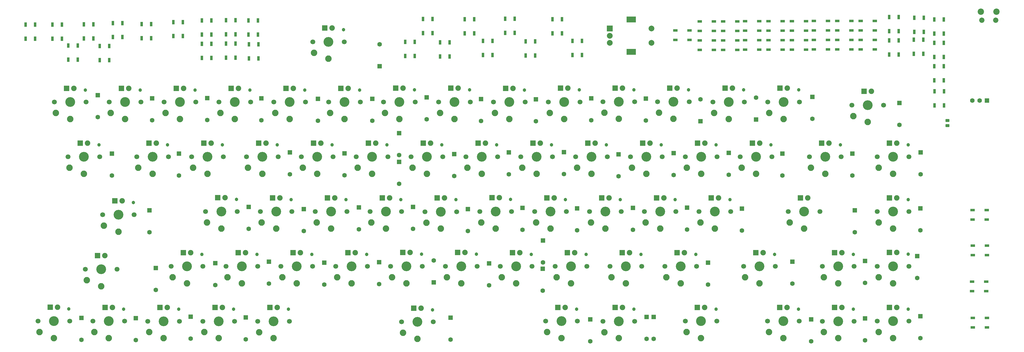
<source format=gbr>
%TF.GenerationSoftware,KiCad,Pcbnew,9.0.2*%
%TF.CreationDate,2025-06-27T22:30:48-07:00*%
%TF.ProjectId,Proj3,50726f6a-332e-46b6-9963-61645f706362,rev?*%
%TF.SameCoordinates,Original*%
%TF.FileFunction,Soldermask,Top*%
%TF.FilePolarity,Negative*%
%FSLAX46Y46*%
G04 Gerber Fmt 4.6, Leading zero omitted, Abs format (unit mm)*
G04 Created by KiCad (PCBNEW 9.0.2) date 2025-06-27 22:30:48*
%MOMM*%
%LPD*%
G01*
G04 APERTURE LIST*
G04 Aperture macros list*
%AMRoundRect*
0 Rectangle with rounded corners*
0 $1 Rounding radius*
0 $2 $3 $4 $5 $6 $7 $8 $9 X,Y pos of 4 corners*
0 Add a 4 corners polygon primitive as box body*
4,1,4,$2,$3,$4,$5,$6,$7,$8,$9,$2,$3,0*
0 Add four circle primitives for the rounded corners*
1,1,$1+$1,$2,$3*
1,1,$1+$1,$4,$5*
1,1,$1+$1,$6,$7*
1,1,$1+$1,$8,$9*
0 Add four rect primitives between the rounded corners*
20,1,$1+$1,$2,$3,$4,$5,0*
20,1,$1+$1,$4,$5,$6,$7,0*
20,1,$1+$1,$6,$7,$8,$9,0*
20,1,$1+$1,$8,$9,$2,$3,0*%
G04 Aperture macros list end*
%ADD10RoundRect,0.090000X-0.360000X0.660000X-0.360000X-0.660000X0.360000X-0.660000X0.360000X0.660000X0*%
%ADD11C,1.700000*%
%ADD12C,3.400000*%
%ADD13C,2.250000*%
%ADD14C,1.905000*%
%ADD15R,1.905000X1.905000*%
%ADD16C,1.600000*%
%ADD17RoundRect,0.250000X-0.550000X0.550000X-0.550000X-0.550000X0.550000X-0.550000X0.550000X0.550000X0*%
%ADD18C,1.200000*%
%ADD19RoundRect,0.250000X0.550000X-0.550000X0.550000X0.550000X-0.550000X0.550000X-0.550000X-0.550000X0*%
%ADD20R,2.000000X2.000000*%
%ADD21C,2.000000*%
%ADD22R,3.200000X2.000000*%
%ADD23RoundRect,0.090000X0.360000X-0.660000X0.360000X0.660000X-0.360000X0.660000X-0.360000X-0.660000X0*%
%ADD24RoundRect,0.090000X0.660000X0.360000X-0.660000X0.360000X-0.660000X-0.360000X0.660000X-0.360000X0*%
%ADD25RoundRect,0.090000X-0.660000X-0.360000X0.660000X-0.360000X0.660000X0.360000X-0.660000X0.360000X0*%
%ADD26RoundRect,0.250000X0.450000X-0.262500X0.450000X0.262500X-0.450000X0.262500X-0.450000X-0.262500X0*%
%ADD27RoundRect,0.200000X0.600000X0.600000X-0.600000X0.600000X-0.600000X-0.600000X0.600000X-0.600000X0*%
%ADD28C,2.200000*%
%ADD29C,1.850000*%
G04 APERTURE END LIST*
D10*
%TO.C,D37*%
X110900000Y-216312000D03*
X107600000Y-216312000D03*
X107600000Y-211412000D03*
X110900000Y-211412000D03*
%TD*%
D11*
%TO.C,SW60*%
X113550000Y-289212000D03*
D12*
X119050000Y-289212000D03*
D11*
X124550000Y-289212000D03*
D13*
X119050000Y-295112000D03*
X114050000Y-293012000D03*
D14*
X120320000Y-284412000D03*
D15*
X117780000Y-284412000D03*
%TD*%
D16*
%TO.C,D67*%
X253720000Y-294772000D03*
D17*
X253720000Y-287152000D03*
%TD*%
D16*
%TO.C,D75*%
X298740000Y-256812000D03*
D17*
X298740000Y-249192000D03*
%TD*%
%TO.C,D95*%
X240380000Y-306042000D03*
D16*
X240380000Y-313662000D03*
%TD*%
%TO.C,D57*%
X355630000Y-256632000D03*
D17*
X355630000Y-249012000D03*
%TD*%
D16*
%TO.C,D24*%
X241640000Y-256732000D03*
D17*
X241640000Y-249112000D03*
%TD*%
D16*
%TO.C,D42*%
X222520000Y-259432000D03*
D17*
X222520000Y-251812000D03*
%TD*%
D16*
%TO.C,D43*%
X303680000Y-275442000D03*
D17*
X303680000Y-267822000D03*
%TD*%
D16*
%TO.C,D59*%
X260610000Y-256172000D03*
D17*
X260610000Y-248552000D03*
%TD*%
D16*
%TO.C,D74*%
X336960000Y-256332000D03*
D17*
X336960000Y-248712000D03*
%TD*%
D16*
%TO.C,D80*%
X227360000Y-275172000D03*
D17*
X227360000Y-267552000D03*
%TD*%
D16*
%TO.C,D91*%
X279750000Y-256092000D03*
D17*
X279750000Y-248472000D03*
%TD*%
D16*
%TO.C,D40*%
X379920000Y-256582000D03*
D17*
X379920000Y-248962000D03*
%TD*%
D11*
%TO.C,SW56*%
X223370000Y-307515700D03*
D12*
X228870000Y-307515700D03*
D18*
X234090000Y-303315700D03*
D11*
X234370000Y-307515700D03*
D13*
X228870000Y-313415700D03*
X223870000Y-311315700D03*
D14*
X230140000Y-302715700D03*
D15*
X227600000Y-302715700D03*
%TD*%
D17*
%TO.C,D66*%
X246410000Y-268312000D03*
D16*
X246410000Y-275932000D03*
%TD*%
%TO.C,D41*%
X203550000Y-256522000D03*
D17*
X203550000Y-248902000D03*
%TD*%
D16*
%TO.C,D14*%
X208500000Y-275272000D03*
D17*
X208500000Y-267652000D03*
%TD*%
D16*
%TO.C,D17*%
X234540000Y-286172000D03*
D19*
X234540000Y-293792000D03*
%TD*%
D16*
%TO.C,D34*%
X380780000Y-276342000D03*
D17*
X380780000Y-268722000D03*
%TD*%
D16*
%TO.C,D64*%
X265380000Y-275472000D03*
D17*
X265380000Y-267852000D03*
%TD*%
D16*
%TO.C,D26*%
X308410000Y-313442000D03*
D17*
X308410000Y-305822000D03*
%TD*%
D16*
%TO.C,D107*%
X403520000Y-275602000D03*
D17*
X403520000Y-267982000D03*
%TD*%
D16*
%TO.C,D79*%
X322530000Y-275362000D03*
D17*
X322530000Y-267742000D03*
%TD*%
D16*
%TO.C,D8*%
X403490000Y-313122000D03*
D17*
X403490000Y-305502000D03*
%TD*%
D16*
%TO.C,D18*%
X329810000Y-294552000D03*
D17*
X329810000Y-286932000D03*
%TD*%
D16*
%TO.C,D32*%
X384270000Y-313872000D03*
D17*
X384270000Y-306252000D03*
%TD*%
D16*
%TO.C,D65*%
X284330000Y-275672000D03*
D17*
X284330000Y-268052000D03*
%TD*%
D16*
%TO.C,D81*%
X272420000Y-296662000D03*
D17*
X272420000Y-289042000D03*
%TD*%
D16*
%TO.C,D83*%
X272480000Y-286822000D03*
D17*
X272480000Y-279202000D03*
%TD*%
D16*
%TO.C,D7*%
X310930000Y-313392000D03*
D17*
X310930000Y-305772000D03*
%TD*%
D16*
%TO.C,D106*%
X403630000Y-256142000D03*
D17*
X403630000Y-248522000D03*
%TD*%
D16*
%TO.C,D47*%
X288890000Y-314222000D03*
D17*
X288890000Y-306602000D03*
%TD*%
D16*
%TO.C,D58*%
X341580000Y-275752000D03*
D17*
X341580000Y-268132000D03*
%TD*%
D16*
%TO.C,D5*%
X365620000Y-314262000D03*
D17*
X365620000Y-306642000D03*
%TD*%
D16*
%TO.C,D89*%
X317850000Y-256462000D03*
D17*
X317850000Y-248842000D03*
%TD*%
D10*
%TO.C,D12*%
X121830000Y-211562000D03*
X118530000Y-211562000D03*
X118530000Y-216462000D03*
X121830000Y-216462000D03*
%TD*%
D18*
%TO.C,SW70*%
X184110000Y-303085700D03*
D12*
X178890000Y-307285700D03*
D15*
X177620000Y-302485700D03*
D14*
X180160000Y-302485700D03*
D13*
X178890000Y-313185700D03*
X173890000Y-311085700D03*
D11*
X173390000Y-307285700D03*
X184390000Y-307285700D03*
%TD*%
D20*
%TO.C,SW66*%
X295650000Y-205462000D03*
D21*
X295650000Y-207962000D03*
X295650000Y-210462000D03*
D22*
X303150000Y-202362000D03*
X303150000Y-213562000D03*
D21*
X310150000Y-205462000D03*
X310150000Y-210462000D03*
%TD*%
D10*
%TO.C,D2*%
X404700000Y-201772000D03*
X401400000Y-201772000D03*
X401400000Y-206672000D03*
X404700000Y-206672000D03*
%TD*%
D23*
%TO.C,D38*%
X401250000Y-214262000D03*
X404550000Y-214262000D03*
X404550000Y-209362000D03*
X401250000Y-209362000D03*
%TD*%
D11*
%TO.C,SW33*%
X340940000Y-250092000D03*
D12*
X346440000Y-250092000D03*
D18*
X351660000Y-245892000D03*
D11*
X351940000Y-250092000D03*
D13*
X346440000Y-255992000D03*
X341440000Y-253892000D03*
D14*
X347710000Y-245292000D03*
D15*
X345170000Y-245292000D03*
%TD*%
D11*
%TO.C,SW45*%
X283790000Y-250100000D03*
D12*
X289290000Y-250100000D03*
D18*
X294510000Y-245900000D03*
D11*
X294790000Y-250100000D03*
D13*
X289290000Y-256000000D03*
X284290000Y-253900000D03*
D14*
X290560000Y-245300000D03*
D15*
X288020000Y-245300000D03*
%TD*%
D11*
%TO.C,SW9*%
X295760000Y-288212000D03*
D12*
X301260000Y-288212000D03*
D18*
X306480000Y-284012000D03*
D11*
X306760000Y-288212000D03*
D13*
X301260000Y-294112000D03*
X296260000Y-292012000D03*
D14*
X302530000Y-283412000D03*
D15*
X299990000Y-283412000D03*
%TD*%
D11*
%TO.C,SW38*%
X269560000Y-269142000D03*
D12*
X275060000Y-269142000D03*
D18*
X280280000Y-264942000D03*
D11*
X280560000Y-269142000D03*
D13*
X275060000Y-275042000D03*
X270060000Y-272942000D03*
D14*
X276330000Y-264342000D03*
D15*
X273790000Y-264342000D03*
%TD*%
D11*
%TO.C,SW15*%
X107570000Y-250092000D03*
D12*
X113070000Y-250092000D03*
D18*
X118290000Y-245892000D03*
D11*
X118570000Y-250092000D03*
D13*
X113070000Y-255992000D03*
X108070000Y-253892000D03*
D14*
X114340000Y-245292000D03*
D15*
X111800000Y-245292000D03*
%TD*%
D11*
%TO.C,SW19*%
X357620000Y-269142000D03*
D12*
X363120000Y-269142000D03*
D11*
X368620000Y-269142000D03*
D13*
X363120000Y-275042000D03*
X358120000Y-272942000D03*
D14*
X364390000Y-264342000D03*
D15*
X361850000Y-264342000D03*
%TD*%
D11*
%TO.C,SW30*%
X97090000Y-307222000D03*
D12*
X102590000Y-307222000D03*
D18*
X107810000Y-303022000D03*
D11*
X108090000Y-307222000D03*
D13*
X102590000Y-313122000D03*
X97590000Y-311022000D03*
D14*
X103860000Y-302422000D03*
D15*
X101320000Y-302422000D03*
%TD*%
D23*
%TO.C,D10*%
X92830000Y-209002000D03*
X96130000Y-209002000D03*
X96130000Y-204102000D03*
X92830000Y-204102000D03*
%TD*%
D24*
%TO.C,D93*%
X371417700Y-206102000D03*
X371417700Y-202802000D03*
X366517700Y-202802000D03*
X366517700Y-206102000D03*
%TD*%
D11*
%TO.C,SW62*%
X198070000Y-231042000D03*
D12*
X203570000Y-231042000D03*
D18*
X208790000Y-226842000D03*
D11*
X209070000Y-231042000D03*
D13*
X203570000Y-236942000D03*
X198570000Y-234842000D03*
D14*
X204840000Y-226242000D03*
D15*
X202300000Y-226242000D03*
%TD*%
D25*
%TO.C,D77*%
X358887700Y-202892000D03*
X358887700Y-206192000D03*
X363787700Y-206192000D03*
X363787700Y-202892000D03*
%TD*%
D11*
%TO.C,SW57*%
X135230000Y-307272000D03*
D12*
X140730000Y-307272000D03*
D18*
X145950000Y-303072000D03*
D11*
X146230000Y-307272000D03*
D13*
X140730000Y-313172000D03*
X135730000Y-311072000D03*
D14*
X142000000Y-302472000D03*
D15*
X139460000Y-302472000D03*
%TD*%
D10*
%TO.C,D117*%
X395960000Y-201482000D03*
X392660000Y-201482000D03*
X392660000Y-206382000D03*
X395960000Y-206382000D03*
%TD*%
D11*
%TO.C,SW63*%
X342160000Y-288202000D03*
D12*
X347660000Y-288202000D03*
D18*
X352880000Y-284002000D03*
D11*
X353160000Y-288202000D03*
D13*
X347660000Y-294102000D03*
X342660000Y-292002000D03*
D14*
X348930000Y-283402000D03*
D15*
X346390000Y-283402000D03*
%TD*%
D10*
%TO.C,D13*%
X279100000Y-202232000D03*
X275800000Y-202232000D03*
X275800000Y-207132000D03*
X279100000Y-207132000D03*
%TD*%
D11*
%TO.C,SW54*%
X169490000Y-250100000D03*
D12*
X174990000Y-250100000D03*
D18*
X180210000Y-245900000D03*
D11*
X180490000Y-250100000D03*
D13*
X174990000Y-256000000D03*
X169990000Y-253900000D03*
D14*
X176260000Y-245300000D03*
D15*
X173720000Y-245300000D03*
%TD*%
D11*
%TO.C,SW65*%
X388570000Y-269142000D03*
D12*
X394070000Y-269142000D03*
D18*
X399290000Y-264942000D03*
D11*
X399570000Y-269142000D03*
D13*
X394070000Y-275042000D03*
X389070000Y-272942000D03*
D14*
X395340000Y-264342000D03*
D15*
X392800000Y-264342000D03*
%TD*%
D23*
%TO.C,D21*%
X123140000Y-208452000D03*
X126440000Y-208452000D03*
X126440000Y-203552000D03*
X123140000Y-203552000D03*
%TD*%
D11*
%TO.C,SW2*%
X369520000Y-288192000D03*
D12*
X375020000Y-288192000D03*
D18*
X380240000Y-283992000D03*
D11*
X380520000Y-288192000D03*
D13*
X375020000Y-294092000D03*
X370020000Y-291992000D03*
D14*
X376290000Y-283392000D03*
D15*
X373750000Y-283392000D03*
%TD*%
D10*
%TO.C,D60*%
X147390000Y-203222000D03*
X144090000Y-203222000D03*
X144090000Y-208122000D03*
X147390000Y-208122000D03*
%TD*%
D11*
%TO.C,SW41*%
X116150000Y-307242000D03*
D12*
X121650000Y-307242000D03*
D18*
X126870000Y-303042000D03*
D11*
X127150000Y-307242000D03*
D13*
X121650000Y-313142000D03*
X116650000Y-311042000D03*
D14*
X122920000Y-302442000D03*
D15*
X120380000Y-302442000D03*
%TD*%
D11*
%TO.C,SW1*%
X350470000Y-307242000D03*
D12*
X355970000Y-307242000D03*
D18*
X361190000Y-303042000D03*
D11*
X361470000Y-307242000D03*
D13*
X355970000Y-313142000D03*
X350970000Y-311042000D03*
D14*
X357240000Y-302442000D03*
D15*
X354700000Y-302442000D03*
%TD*%
D24*
%TO.C,D30*%
X387657700Y-212722000D03*
X387657700Y-209422000D03*
X382757700Y-209422000D03*
X382757700Y-212722000D03*
%TD*%
D10*
%TO.C,D45*%
X116330000Y-204042000D03*
X113030000Y-204042000D03*
X113030000Y-208942000D03*
X116330000Y-208942000D03*
%TD*%
D11*
%TO.C,SW4*%
X388570000Y-307242000D03*
D12*
X394070000Y-307242000D03*
D18*
X399290000Y-303042000D03*
D11*
X399570000Y-307242000D03*
D13*
X394070000Y-313142000D03*
X389070000Y-311042000D03*
D14*
X395340000Y-302442000D03*
D15*
X392800000Y-302442000D03*
%TD*%
D25*
%TO.C,D44*%
X350767700Y-202892000D03*
X350767700Y-206192000D03*
X355667700Y-206192000D03*
X355667700Y-202892000D03*
%TD*%
D11*
%TO.C,SW48*%
X276690000Y-288202000D03*
D12*
X282190000Y-288202000D03*
D18*
X287410000Y-284002000D03*
D11*
X287690000Y-288202000D03*
D13*
X282190000Y-294102000D03*
X277190000Y-292002000D03*
D14*
X283460000Y-283402000D03*
D15*
X280920000Y-283402000D03*
%TD*%
D11*
%TO.C,SW51*%
X293310000Y-230975700D03*
D12*
X298810000Y-230975700D03*
D18*
X304030000Y-226775700D03*
D11*
X304310000Y-230975700D03*
D13*
X298810000Y-236875700D03*
X293810000Y-234775700D03*
D14*
X300080000Y-226175700D03*
D15*
X297540000Y-226175700D03*
%TD*%
D11*
%TO.C,SW5*%
X143320000Y-288212000D03*
D12*
X148820000Y-288212000D03*
D18*
X154040000Y-284012000D03*
D11*
X154320000Y-288212000D03*
D13*
X148820000Y-294112000D03*
X143820000Y-292012000D03*
D14*
X150090000Y-283412000D03*
D15*
X147550000Y-283412000D03*
%TD*%
D10*
%TO.C,D92*%
X227890000Y-210122000D03*
X224590000Y-210122000D03*
X224590000Y-215022000D03*
X227890000Y-215022000D03*
%TD*%
D25*
%TO.C,D86*%
X335007700Y-203022000D03*
X335007700Y-206322000D03*
X339907700Y-206322000D03*
X339907700Y-203022000D03*
%TD*%
%TO.C,D4*%
X342647700Y-202892000D03*
X342647700Y-206192000D03*
X347547700Y-206192000D03*
X347547700Y-202892000D03*
%TD*%
%TO.C,D1*%
X342647700Y-209512000D03*
X342647700Y-212812000D03*
X347547700Y-212812000D03*
X347547700Y-209512000D03*
%TD*%
D11*
%TO.C,SW26*%
X293320000Y-307292000D03*
D12*
X298820000Y-307292000D03*
D18*
X304040000Y-303092000D03*
D11*
X304320000Y-307292000D03*
D13*
X298820000Y-313192000D03*
X293820000Y-311092000D03*
D14*
X300090000Y-302492000D03*
D15*
X297550000Y-302492000D03*
%TD*%
D11*
%TO.C,SW34*%
X326670000Y-269142000D03*
D12*
X332170000Y-269142000D03*
D18*
X337390000Y-264942000D03*
D11*
X337670000Y-269142000D03*
D13*
X332170000Y-275042000D03*
X327170000Y-272942000D03*
D14*
X333440000Y-264342000D03*
D15*
X330900000Y-264342000D03*
%TD*%
D11*
%TO.C,SW69*%
X350560000Y-231022000D03*
D12*
X356060000Y-231022000D03*
D18*
X361280000Y-226822000D03*
D11*
X361560000Y-231022000D03*
D13*
X356060000Y-236922000D03*
X351060000Y-234822000D03*
D14*
X357330000Y-226222000D03*
D15*
X354790000Y-226222000D03*
%TD*%
D11*
%TO.C,SW17*%
X369530000Y-307272000D03*
D12*
X375030000Y-307272000D03*
D18*
X380250000Y-303072000D03*
D11*
X380530000Y-307272000D03*
D13*
X375030000Y-313172000D03*
X370030000Y-311072000D03*
D14*
X376300000Y-302472000D03*
D15*
X373760000Y-302472000D03*
%TD*%
D10*
%TO.C,D68*%
X173650000Y-210932000D03*
X170350000Y-210932000D03*
X170350000Y-215832000D03*
X173650000Y-215832000D03*
%TD*%
%TO.C,D76*%
X165680000Y-210712000D03*
X162380000Y-210712000D03*
X162380000Y-215612000D03*
X165680000Y-215612000D03*
%TD*%
D11*
%TO.C,SW7*%
X181460000Y-288202000D03*
D12*
X186960000Y-288202000D03*
D18*
X192180000Y-284002000D03*
D11*
X192460000Y-288202000D03*
D13*
X186960000Y-294102000D03*
X181960000Y-292002000D03*
D14*
X188230000Y-283402000D03*
D15*
X185690000Y-283402000D03*
%TD*%
D10*
%TO.C,D110*%
X240020000Y-210282000D03*
X236720000Y-210282000D03*
X236720000Y-215182000D03*
X240020000Y-215182000D03*
%TD*%
D11*
%TO.C,SW13*%
X131390000Y-250100000D03*
D12*
X136890000Y-250100000D03*
D18*
X142110000Y-245900000D03*
D11*
X142390000Y-250100000D03*
D13*
X136890000Y-256000000D03*
X131890000Y-253900000D03*
D14*
X138160000Y-245300000D03*
D15*
X135620000Y-245300000D03*
%TD*%
D11*
%TO.C,SW35*%
X245690000Y-250100000D03*
D12*
X251190000Y-250100000D03*
D18*
X256410000Y-245900000D03*
D11*
X256690000Y-250100000D03*
D13*
X251190000Y-256000000D03*
X246190000Y-253900000D03*
D14*
X252460000Y-245300000D03*
D15*
X249920000Y-245300000D03*
%TD*%
D11*
%TO.C,SW71*%
X273410000Y-307262000D03*
D12*
X278910000Y-307262000D03*
D18*
X284130000Y-303062000D03*
D11*
X284410000Y-307262000D03*
D13*
X278910000Y-313162000D03*
X273910000Y-311062000D03*
D14*
X280180000Y-302462000D03*
D15*
X277640000Y-302462000D03*
%TD*%
D10*
%TO.C,D100*%
X262660000Y-202062000D03*
X259360000Y-202062000D03*
X259360000Y-206962000D03*
X262660000Y-206962000D03*
%TD*%
D11*
%TO.C,SW40*%
X238600000Y-288182000D03*
D12*
X244100000Y-288182000D03*
D18*
X249320000Y-283982000D03*
D11*
X249600000Y-288182000D03*
D13*
X244100000Y-294082000D03*
X239100000Y-291982000D03*
D14*
X245370000Y-283382000D03*
D15*
X242830000Y-283382000D03*
%TD*%
D11*
%TO.C,SW22*%
X365030000Y-250112000D03*
D12*
X370530000Y-250112000D03*
D18*
X375750000Y-245912000D03*
D11*
X376030000Y-250112000D03*
D13*
X370530000Y-256012000D03*
X365530000Y-253912000D03*
D14*
X371800000Y-245312000D03*
D15*
X369260000Y-245312000D03*
%TD*%
D10*
%TO.C,D116*%
X234140000Y-202152000D03*
X230840000Y-202152000D03*
X230840000Y-207052000D03*
X234140000Y-207052000D03*
%TD*%
D11*
%TO.C,SW58*%
X236220000Y-231022000D03*
D12*
X241720000Y-231022000D03*
D18*
X246940000Y-226822000D03*
D11*
X247220000Y-231022000D03*
D13*
X241720000Y-236922000D03*
X236720000Y-234822000D03*
D14*
X242990000Y-226222000D03*
D15*
X240450000Y-226222000D03*
%TD*%
D24*
%TO.C,D62*%
X379537700Y-212722000D03*
X379537700Y-209422000D03*
X374637700Y-209422000D03*
X374637700Y-212722000D03*
%TD*%
D11*
%TO.C,SW36*%
X155290000Y-269122000D03*
D12*
X160790000Y-269122000D03*
D18*
X166010000Y-264922000D03*
D11*
X166290000Y-269122000D03*
D13*
X160790000Y-275022000D03*
X155790000Y-272922000D03*
D14*
X162060000Y-264322000D03*
D15*
X159520000Y-264322000D03*
%TD*%
D24*
%TO.C,D94*%
X371417700Y-212722000D03*
X371417700Y-209422000D03*
X366517700Y-209422000D03*
X366517700Y-212722000D03*
%TD*%
D11*
%TO.C,SW25*%
X288610000Y-269142000D03*
D12*
X294110000Y-269142000D03*
D18*
X299330000Y-264942000D03*
D11*
X299610000Y-269142000D03*
D13*
X294110000Y-275042000D03*
X289110000Y-272942000D03*
D14*
X295380000Y-264342000D03*
D15*
X292840000Y-264342000D03*
%TD*%
D11*
%TO.C,SW28*%
X388560000Y-288172000D03*
D12*
X394060000Y-288172000D03*
D18*
X399280000Y-283972000D03*
D11*
X399560000Y-288172000D03*
D13*
X394060000Y-294072000D03*
X389060000Y-291972000D03*
D14*
X395330000Y-283372000D03*
D15*
X392790000Y-283372000D03*
%TD*%
D11*
%TO.C,SW31*%
X154340000Y-307275700D03*
D12*
X159840000Y-307275700D03*
D18*
X165060000Y-303075700D03*
D11*
X165340000Y-307275700D03*
D13*
X159840000Y-313175700D03*
X154840000Y-311075700D03*
D14*
X161110000Y-302475700D03*
D15*
X158570000Y-302475700D03*
%TD*%
D11*
%TO.C,SW43*%
X207590000Y-250100000D03*
D12*
X213090000Y-250100000D03*
D18*
X218310000Y-245900000D03*
D11*
X218590000Y-250100000D03*
D13*
X213090000Y-256000000D03*
X208090000Y-253900000D03*
D14*
X214360000Y-245300000D03*
D15*
X211820000Y-245300000D03*
%TD*%
D10*
%TO.C,D109*%
X165680000Y-202592000D03*
X162380000Y-202592000D03*
X162380000Y-207492000D03*
X165680000Y-207492000D03*
%TD*%
D24*
%TO.C,D61*%
X379537700Y-206102000D03*
X379537700Y-202802000D03*
X374637700Y-202802000D03*
X374637700Y-206102000D03*
%TD*%
D23*
%TO.C,D111*%
X251660000Y-214692000D03*
X254960000Y-214692000D03*
X254960000Y-209792000D03*
X251660000Y-209792000D03*
%TD*%
D11*
%TO.C,SW6*%
X193370000Y-269162000D03*
D12*
X198870000Y-269162000D03*
D18*
X204090000Y-264962000D03*
D11*
X204370000Y-269162000D03*
D13*
X198870000Y-275062000D03*
X193870000Y-272962000D03*
D14*
X200140000Y-264362000D03*
D15*
X197600000Y-264362000D03*
%TD*%
D26*
%TO.C,R1*%
X412950000Y-239252000D03*
X412950000Y-237427000D03*
%TD*%
D11*
%TO.C,SW23*%
X188540000Y-250100000D03*
D12*
X194040000Y-250100000D03*
D18*
X199260000Y-245900000D03*
D11*
X199540000Y-250100000D03*
D13*
X194040000Y-256000000D03*
X189040000Y-253900000D03*
D14*
X195310000Y-245300000D03*
D15*
X192770000Y-245300000D03*
%TD*%
D23*
%TO.C,D19*%
X282690000Y-214692000D03*
X285990000Y-214692000D03*
X285990000Y-209792000D03*
X282690000Y-209792000D03*
%TD*%
D11*
%TO.C,SW3*%
X321870000Y-307252000D03*
D12*
X327370000Y-307252000D03*
D18*
X332590000Y-303052000D03*
D11*
X332870000Y-307252000D03*
D13*
X327370000Y-313152000D03*
X322370000Y-311052000D03*
D14*
X328640000Y-302452000D03*
D15*
X326100000Y-302452000D03*
%TD*%
D11*
%TO.C,SW18*%
X119520000Y-270232000D03*
D12*
X125020000Y-270232000D03*
D18*
X130240000Y-266032000D03*
D11*
X130520000Y-270232000D03*
D13*
X125020000Y-276132000D03*
X120020000Y-274032000D03*
D14*
X126290000Y-265432000D03*
D15*
X123750000Y-265432000D03*
%TD*%
D11*
%TO.C,SW61*%
X312290000Y-230972000D03*
D12*
X317790000Y-230972000D03*
D18*
X323010000Y-226772000D03*
D11*
X323290000Y-230972000D03*
D13*
X317790000Y-236872000D03*
X312790000Y-234772000D03*
D14*
X319060000Y-226172000D03*
D15*
X316520000Y-226172000D03*
%TD*%
D11*
%TO.C,SW21*%
X121870000Y-231042000D03*
D12*
X127370000Y-231042000D03*
D18*
X132590000Y-226842000D03*
D11*
X132870000Y-231042000D03*
D13*
X127370000Y-236942000D03*
X122370000Y-234842000D03*
D14*
X128640000Y-226242000D03*
D15*
X126100000Y-226242000D03*
%TD*%
D11*
%TO.C,SW68*%
X192500000Y-210092000D03*
D12*
X198000000Y-210092000D03*
D18*
X203220000Y-205892000D03*
D11*
X203500000Y-210092000D03*
D13*
X198000000Y-215992000D03*
X193000000Y-213892000D03*
D14*
X199270000Y-205292000D03*
D15*
X196730000Y-205292000D03*
%TD*%
D11*
%TO.C,SW39*%
X231480000Y-269182000D03*
D12*
X236980000Y-269182000D03*
D18*
X242200000Y-264982000D03*
D11*
X242480000Y-269182000D03*
D13*
X236980000Y-275082000D03*
X231980000Y-272982000D03*
D14*
X238250000Y-264382000D03*
D15*
X235710000Y-264382000D03*
%TD*%
D10*
%TO.C,D28*%
X105430000Y-204082000D03*
X102130000Y-204082000D03*
X102130000Y-208982000D03*
X105430000Y-208982000D03*
%TD*%
D11*
%TO.C,SW50*%
X257680000Y-288202000D03*
D12*
X263180000Y-288202000D03*
D18*
X268400000Y-284002000D03*
D11*
X268680000Y-288202000D03*
D13*
X263180000Y-294102000D03*
X258180000Y-292002000D03*
D14*
X264450000Y-283402000D03*
D15*
X261910000Y-283402000D03*
%TD*%
D11*
%TO.C,SW67*%
X274340000Y-231022000D03*
D12*
X279840000Y-231022000D03*
D18*
X285060000Y-226822000D03*
D11*
X285340000Y-231022000D03*
D13*
X279840000Y-236922000D03*
X274840000Y-234822000D03*
D14*
X281110000Y-226222000D03*
D15*
X278570000Y-226222000D03*
%TD*%
D11*
%TO.C,SW27*%
X174300000Y-269142000D03*
D12*
X179800000Y-269142000D03*
D18*
X185020000Y-264942000D03*
D11*
X185300000Y-269142000D03*
D13*
X179800000Y-275042000D03*
X174800000Y-272942000D03*
D14*
X181070000Y-264342000D03*
D15*
X178530000Y-264342000D03*
%TD*%
D10*
%TO.C,D108*%
X173510000Y-202672000D03*
X170210000Y-202672000D03*
X170210000Y-207572000D03*
X173510000Y-207572000D03*
%TD*%
D11*
%TO.C,SW44*%
X321890000Y-250092000D03*
D12*
X327390000Y-250092000D03*
D18*
X332610000Y-245892000D03*
D11*
X332890000Y-250092000D03*
D13*
X327390000Y-255992000D03*
X322390000Y-253892000D03*
D14*
X328660000Y-245292000D03*
D15*
X326120000Y-245292000D03*
%TD*%
D11*
%TO.C,SW16*%
X379730000Y-232105700D03*
D12*
X385230000Y-232105700D03*
D11*
X390730000Y-232105700D03*
D13*
X385230000Y-238005700D03*
X380230000Y-235905700D03*
D14*
X386500000Y-227305700D03*
D15*
X383960000Y-227305700D03*
%TD*%
D23*
%TO.C,D69*%
X133100000Y-208822000D03*
X136400000Y-208822000D03*
X136400000Y-203922000D03*
X133100000Y-203922000D03*
%TD*%
D11*
%TO.C,SW52*%
X179020000Y-231042000D03*
D12*
X184520000Y-231042000D03*
D18*
X189740000Y-226842000D03*
D11*
X190020000Y-231042000D03*
D13*
X184520000Y-236942000D03*
X179520000Y-234842000D03*
D14*
X185790000Y-226242000D03*
D15*
X183250000Y-226242000D03*
%TD*%
D25*
%TO.C,D36*%
X350767700Y-209512000D03*
X350767700Y-212812000D03*
X355667700Y-212812000D03*
X355667700Y-209512000D03*
%TD*%
D11*
%TO.C,SW24*%
X226640000Y-250100000D03*
D12*
X232140000Y-250100000D03*
D18*
X237360000Y-245900000D03*
D11*
X237640000Y-250100000D03*
D13*
X232140000Y-256000000D03*
X227140000Y-253900000D03*
D14*
X233410000Y-245300000D03*
D15*
X230870000Y-245300000D03*
%TD*%
D25*
%TO.C,D52*%
X326887700Y-209642000D03*
X326887700Y-212942000D03*
X331787700Y-212942000D03*
X331787700Y-209642000D03*
%TD*%
D11*
%TO.C,SW14*%
X219580000Y-288182000D03*
D12*
X225080000Y-288182000D03*
D18*
X230300000Y-283982000D03*
D11*
X230580000Y-288182000D03*
D13*
X225080000Y-294082000D03*
X220080000Y-291982000D03*
D14*
X226350000Y-283382000D03*
D15*
X223810000Y-283382000D03*
%TD*%
D11*
%TO.C,SW12*%
X150440000Y-250100000D03*
D12*
X155940000Y-250100000D03*
D18*
X161160000Y-245900000D03*
D11*
X161440000Y-250100000D03*
D13*
X155940000Y-256000000D03*
X150940000Y-253900000D03*
D14*
X157210000Y-245300000D03*
D15*
X154670000Y-245300000D03*
%TD*%
D11*
%TO.C,SW32*%
X159970000Y-231042000D03*
D12*
X165470000Y-231042000D03*
D18*
X170690000Y-226842000D03*
D11*
X170970000Y-231042000D03*
D13*
X165470000Y-236942000D03*
X160470000Y-234842000D03*
D14*
X166740000Y-226242000D03*
D15*
X164200000Y-226242000D03*
%TD*%
D10*
%TO.C,D115*%
X157350000Y-202702000D03*
X154050000Y-202702000D03*
X154050000Y-207602000D03*
X157350000Y-207602000D03*
%TD*%
D11*
%TO.C,SW10*%
X314840000Y-288192000D03*
D12*
X320340000Y-288192000D03*
D18*
X325560000Y-283992000D03*
D11*
X325840000Y-288192000D03*
D13*
X320340000Y-294092000D03*
X315340000Y-291992000D03*
D14*
X321610000Y-283392000D03*
D15*
X319070000Y-283392000D03*
%TD*%
D11*
%TO.C,SW37*%
X250510000Y-269132000D03*
D12*
X256010000Y-269132000D03*
D18*
X261230000Y-264932000D03*
D11*
X261510000Y-269132000D03*
D13*
X256010000Y-275032000D03*
X251010000Y-272932000D03*
D14*
X257280000Y-264332000D03*
D15*
X254740000Y-264332000D03*
%TD*%
D25*
%TO.C,D70*%
X358887700Y-209512000D03*
X358887700Y-212812000D03*
X363787700Y-212812000D03*
X363787700Y-209512000D03*
%TD*%
D11*
%TO.C,SW8*%
X200520000Y-288202000D03*
D12*
X206020000Y-288202000D03*
D18*
X211240000Y-284002000D03*
D11*
X211520000Y-288202000D03*
D13*
X206020000Y-294102000D03*
X201020000Y-292002000D03*
D14*
X207290000Y-283402000D03*
D15*
X204750000Y-283402000D03*
%TD*%
D10*
%TO.C,D102*%
X395960000Y-209602000D03*
X392660000Y-209602000D03*
X392660000Y-214502000D03*
X395960000Y-214502000D03*
%TD*%
D11*
%TO.C,SW42*%
X140920000Y-231042000D03*
D12*
X146420000Y-231042000D03*
D18*
X151640000Y-226842000D03*
D11*
X151920000Y-231042000D03*
D13*
X146420000Y-236942000D03*
X141420000Y-234842000D03*
D14*
X147690000Y-226242000D03*
D15*
X145150000Y-226242000D03*
%TD*%
D24*
%TO.C,D29*%
X387657700Y-206102000D03*
X387657700Y-202802000D03*
X382757700Y-202802000D03*
X382757700Y-206102000D03*
%TD*%
D25*
%TO.C,D84*%
X335007700Y-209642000D03*
X335007700Y-212942000D03*
X339907700Y-212942000D03*
X339907700Y-209642000D03*
%TD*%
D11*
%TO.C,SW49*%
X217110000Y-231032000D03*
D12*
X222610000Y-231032000D03*
D18*
X227830000Y-226832000D03*
D11*
X228110000Y-231032000D03*
D13*
X222610000Y-236932000D03*
X217610000Y-234832000D03*
D14*
X223880000Y-226232000D03*
D15*
X221340000Y-226232000D03*
%TD*%
D11*
%TO.C,SW53*%
X302840000Y-250092000D03*
D12*
X308340000Y-250092000D03*
D18*
X313560000Y-245892000D03*
D11*
X313840000Y-250092000D03*
D13*
X308340000Y-255992000D03*
X303340000Y-253892000D03*
D14*
X309610000Y-245292000D03*
D15*
X307070000Y-245292000D03*
%TD*%
D11*
%TO.C,SW55*%
X264740000Y-250100000D03*
D12*
X270240000Y-250100000D03*
D18*
X275460000Y-245900000D03*
D11*
X275740000Y-250100000D03*
D13*
X270240000Y-256000000D03*
X265240000Y-253900000D03*
D14*
X271510000Y-245300000D03*
D15*
X268970000Y-245300000D03*
%TD*%
D25*
%TO.C,D53*%
X326887700Y-203022000D03*
X326887700Y-206322000D03*
X331787700Y-206322000D03*
X331787700Y-203022000D03*
%TD*%
D10*
%TO.C,D85*%
X157350000Y-210822000D03*
X154050000Y-210822000D03*
X154050000Y-215722000D03*
X157350000Y-215722000D03*
%TD*%
D11*
%TO.C,SW11*%
X102820000Y-231042000D03*
D12*
X108320000Y-231042000D03*
D18*
X113540000Y-226842000D03*
D11*
X113820000Y-231042000D03*
D13*
X108320000Y-236942000D03*
X103320000Y-234842000D03*
D14*
X109590000Y-226242000D03*
D15*
X107050000Y-226242000D03*
%TD*%
D11*
%TO.C,SW47*%
X212400000Y-269152000D03*
D12*
X217900000Y-269152000D03*
D18*
X223120000Y-264952000D03*
D11*
X223400000Y-269152000D03*
D13*
X217900000Y-275052000D03*
X212900000Y-272952000D03*
D14*
X219170000Y-264352000D03*
D15*
X216630000Y-264352000D03*
%TD*%
D11*
%TO.C,SW29*%
X162400000Y-288202000D03*
D12*
X167900000Y-288202000D03*
D18*
X173120000Y-284002000D03*
D11*
X173400000Y-288202000D03*
D13*
X167900000Y-294102000D03*
X162900000Y-292002000D03*
D14*
X169170000Y-283402000D03*
D15*
X166630000Y-283402000D03*
%TD*%
D23*
%TO.C,D54*%
X266430000Y-214862000D03*
X269730000Y-214862000D03*
X269730000Y-209962000D03*
X266430000Y-209962000D03*
%TD*%
D25*
%TO.C,D20*%
X318430000Y-206122000D03*
X318430000Y-209422000D03*
X323330000Y-209422000D03*
X323330000Y-206122000D03*
%TD*%
D10*
%TO.C,D101*%
X248560000Y-202232000D03*
X245260000Y-202232000D03*
X245260000Y-207132000D03*
X248560000Y-207132000D03*
%TD*%
D11*
%TO.C,SW20*%
X255280000Y-231042000D03*
D12*
X260780000Y-231042000D03*
D18*
X266000000Y-226842000D03*
D11*
X266280000Y-231042000D03*
D13*
X260780000Y-236942000D03*
X255780000Y-234842000D03*
D14*
X262050000Y-226242000D03*
D15*
X259510000Y-226242000D03*
%TD*%
D11*
%TO.C,SW59*%
X331440000Y-231012000D03*
D12*
X336940000Y-231012000D03*
D18*
X342160000Y-226812000D03*
D11*
X342440000Y-231012000D03*
D13*
X336940000Y-236912000D03*
X331940000Y-234812000D03*
D14*
X338210000Y-226212000D03*
D15*
X335670000Y-226212000D03*
%TD*%
D11*
%TO.C,SW46*%
X307650000Y-269142000D03*
D12*
X313150000Y-269142000D03*
D18*
X318370000Y-264942000D03*
D11*
X318650000Y-269142000D03*
D13*
X313150000Y-275042000D03*
X308150000Y-272942000D03*
D14*
X314420000Y-264342000D03*
D15*
X311880000Y-264342000D03*
%TD*%
D11*
%TO.C,SW64*%
X388570000Y-250092000D03*
D12*
X394070000Y-250092000D03*
D18*
X399290000Y-245892000D03*
D11*
X399570000Y-250092000D03*
D13*
X394070000Y-255992000D03*
X389070000Y-253892000D03*
D14*
X395340000Y-245292000D03*
D15*
X392800000Y-245292000D03*
%TD*%
D17*
%TO.C,D99*%
X138040000Y-288762000D03*
D16*
X138040000Y-296382000D03*
%TD*%
D17*
%TO.C,D114*%
X366060000Y-229222000D03*
D16*
X366060000Y-236842000D03*
%TD*%
D17*
%TO.C,D112*%
X289240000Y-229732000D03*
D16*
X289240000Y-237352000D03*
%TD*%
D17*
%TO.C,D71*%
X131090000Y-306242000D03*
D16*
X131090000Y-313862000D03*
%TD*%
D24*
%TO.C,D119*%
X426360000Y-296842000D03*
X426360000Y-293542000D03*
X421460000Y-293542000D03*
X421460000Y-296842000D03*
%TD*%
D17*
%TO.C,D105*%
X359110000Y-286542000D03*
D16*
X359110000Y-294162000D03*
%TD*%
D17*
%TO.C,D27*%
X122780000Y-248992000D03*
D16*
X122780000Y-256612000D03*
%TD*%
D19*
%TO.C,D103*%
X327200000Y-237702000D03*
D16*
X327200000Y-230082000D03*
%TD*%
D23*
%TO.C,D11*%
X408390000Y-207222000D03*
X411690000Y-207222000D03*
X411690000Y-202322000D03*
X408390000Y-202322000D03*
%TD*%
D25*
%TO.C,D3*%
X421740000Y-280992000D03*
X421740000Y-284292000D03*
X426640000Y-284292000D03*
X426640000Y-280992000D03*
%TD*%
D17*
%TO.C,D90*%
X184560000Y-248552000D03*
D16*
X184560000Y-256172000D03*
%TD*%
D17*
%TO.C,D51*%
X112200000Y-306152000D03*
D16*
X112200000Y-313772000D03*
%TD*%
D19*
%TO.C,D113*%
X215710000Y-218562000D03*
D16*
X215710000Y-210942000D03*
%TD*%
D17*
%TO.C,D48*%
X189390000Y-268262000D03*
D16*
X189390000Y-275882000D03*
%TD*%
D17*
%TO.C,D49*%
X402430000Y-284612000D03*
D16*
X402430000Y-292232000D03*
%TD*%
D17*
%TO.C,D35*%
X270030000Y-230132000D03*
D16*
X270030000Y-237752000D03*
%TD*%
D19*
%TO.C,D98*%
X346460000Y-237110000D03*
D16*
X346460000Y-229490000D03*
%TD*%
D17*
%TO.C,D56*%
X174660000Y-229762000D03*
D16*
X174660000Y-237382000D03*
%TD*%
D24*
%TO.C,D120*%
X426640000Y-309392000D03*
X426640000Y-306092000D03*
X421740000Y-306092000D03*
X421740000Y-309392000D03*
%TD*%
D17*
%TO.C,D33*%
X135790000Y-268712000D03*
D16*
X135790000Y-276332000D03*
%TD*%
D17*
%TO.C,D104*%
X213170000Y-229912000D03*
D16*
X213170000Y-237532000D03*
%TD*%
D17*
%TO.C,D23*%
X117850000Y-228692000D03*
D16*
X117850000Y-236312000D03*
%TD*%
D17*
%TO.C,D31*%
X396240000Y-231352000D03*
D16*
X396240000Y-238972000D03*
%TD*%
D23*
%TO.C,D78*%
X408390000Y-223462000D03*
X411690000Y-223462000D03*
X411690000Y-218562000D03*
X408390000Y-218562000D03*
%TD*%
D24*
%TO.C,D118*%
X426530000Y-271892000D03*
X426530000Y-268592000D03*
X421630000Y-268592000D03*
X421630000Y-271892000D03*
%TD*%
D17*
%TO.C,D9*%
X158640000Y-287042000D03*
D16*
X158640000Y-294662000D03*
%TD*%
D17*
%TO.C,D25*%
X146050000Y-249002000D03*
D16*
X146050000Y-256622000D03*
%TD*%
D17*
%TO.C,D97*%
X250990000Y-230032000D03*
D16*
X250990000Y-237652000D03*
%TD*%
D17*
%TO.C,D88*%
X194310000Y-229882000D03*
D16*
X194310000Y-237502000D03*
%TD*%
D17*
%TO.C,D82*%
X232090000Y-229442000D03*
D16*
X232090000Y-237062000D03*
%TD*%
D17*
%TO.C,D39*%
X136770000Y-229722000D03*
D16*
X136770000Y-237342000D03*
%TD*%
D17*
%TO.C,D96*%
X150160000Y-305692000D03*
D16*
X150160000Y-313312000D03*
%TD*%
D17*
%TO.C,D63*%
X170300000Y-267522000D03*
D16*
X170300000Y-275142000D03*
%TD*%
D17*
%TO.C,D72*%
X155920000Y-229702000D03*
D16*
X155920000Y-237322000D03*
%TD*%
D17*
%TO.C,D6*%
X384340000Y-286312000D03*
D16*
X384340000Y-293932000D03*
%TD*%
D17*
%TO.C,D87*%
X308170000Y-229832000D03*
D16*
X308170000Y-237452000D03*
%TD*%
D17*
%TO.C,D16*%
X215570000Y-286762000D03*
D16*
X215570000Y-294382000D03*
%TD*%
D17*
%TO.C,D50*%
X177280000Y-286592000D03*
D16*
X177280000Y-294212000D03*
%TD*%
D17*
%TO.C,D15*%
X196480000Y-286892000D03*
D16*
X196480000Y-294512000D03*
%TD*%
D23*
%TO.C,D46*%
X408390000Y-215342000D03*
X411690000Y-215342000D03*
X411690000Y-210442000D03*
X408390000Y-210442000D03*
%TD*%
D17*
%TO.C,D73*%
X222550000Y-241892000D03*
D16*
X222550000Y-249512000D03*
%TD*%
D10*
%TO.C,D22*%
X411760000Y-227312000D03*
X408460000Y-227312000D03*
X408460000Y-232212000D03*
X411760000Y-232212000D03*
%TD*%
D17*
%TO.C,D55*%
X169250000Y-305952000D03*
D16*
X169250000Y-313572000D03*
%TD*%
%TO.C,A1*%
X421585900Y-230542000D03*
X424125900Y-230542000D03*
D27*
X426665900Y-230542000D03*
D28*
X424525000Y-199572000D03*
D29*
X424825000Y-202602000D03*
X429675000Y-202602000D03*
D28*
X429975000Y-199572000D03*
%TD*%
M02*

</source>
